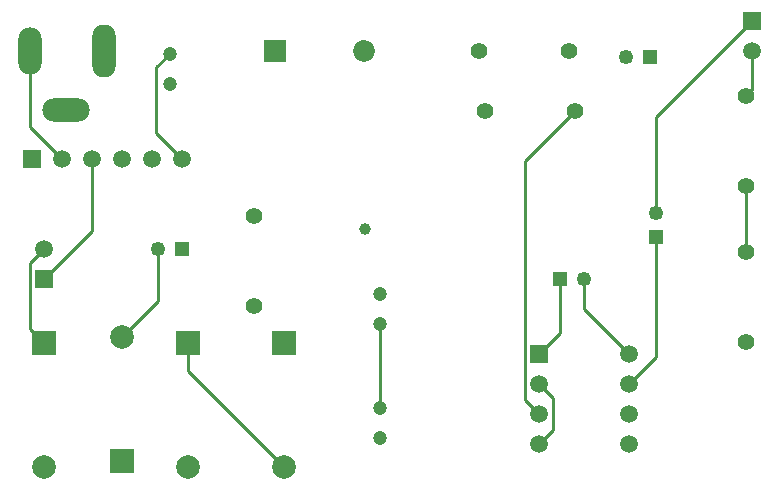
<source format=gtl>
%FSLAX25Y25*%
%MOIN*%
G70*
G01*
G75*
G04 Layer_Physical_Order=1*
G04 Layer_Color=255*
%ADD10C,0.01000*%
%ADD11C,0.05906*%
%ADD12R,0.05906X0.05906*%
%ADD13C,0.05512*%
%ADD14R,0.05906X0.05906*%
%ADD15R,0.07874X0.07874*%
%ADD16C,0.07874*%
%ADD17C,0.04724*%
%ADD18C,0.07284*%
%ADD19R,0.07284X0.07284*%
%ADD20C,0.04921*%
%ADD21R,0.04921X0.04921*%
%ADD22R,0.04921X0.04921*%
%ADD23O,0.07874X0.17716*%
%ADD24O,0.07874X0.15748*%
%ADD25O,0.15748X0.07874*%
%ADD26O,0.05906X0.17716*%
%ADD27O,0.15748X0.05906*%
%ADD28O,0.05906X0.15748*%
%ADD29C,0.03937*%
D10*
X454000Y441000D02*
X456000Y443000D01*
Y456000D01*
X392063Y362063D02*
Y380000D01*
X385000Y355000D02*
X392063Y362063D01*
X399937Y370063D02*
X415000Y355000D01*
X399937Y370063D02*
Y380000D01*
X424000Y354000D02*
Y394063D01*
X415000Y345000D02*
X424000Y354000D01*
Y434000D02*
X456000Y466000D01*
X424000Y401937D02*
Y434000D01*
X257500Y428500D02*
X266000Y420000D01*
X257500Y428500D02*
Y450500D01*
X262000Y455000D01*
X385000Y345000D02*
X389700Y340300D01*
Y329700D02*
Y340300D01*
X385000Y325000D02*
X389700Y329700D01*
X215300Y363291D02*
X220000Y358591D01*
X215300Y363291D02*
Y385300D01*
X220000Y390000D01*
X332000Y337000D02*
Y365000D01*
X258063Y372654D02*
Y390000D01*
X246000Y360591D02*
X258063Y372654D01*
X268000Y349409D02*
Y358591D01*
Y349409D02*
X300000Y317409D01*
X215528Y430472D02*
X226000Y420000D01*
X215528Y430472D02*
Y456000D01*
X236000Y396000D02*
Y420000D01*
X220000Y380000D02*
X236000Y396000D01*
X454000Y389000D02*
Y411000D01*
X380300Y339700D02*
X385000Y335000D01*
X380300Y339700D02*
Y419300D01*
X397000Y436000D01*
D11*
X415000Y325000D02*
D03*
Y335000D02*
D03*
Y345000D02*
D03*
Y355000D02*
D03*
X385000Y325000D02*
D03*
Y335000D02*
D03*
Y345000D02*
D03*
X226000Y420000D02*
D03*
X236000D02*
D03*
X246000D02*
D03*
X256000D02*
D03*
X266000D02*
D03*
X456000Y456000D02*
D03*
X220000Y390000D02*
D03*
D12*
X385000Y355000D02*
D03*
X216000Y420000D02*
D03*
D13*
X290000Y401000D02*
D03*
Y371000D02*
D03*
X397000Y436000D02*
D03*
X367000D02*
D03*
X395000Y456000D02*
D03*
X365000D02*
D03*
X454000Y411000D02*
D03*
Y441000D02*
D03*
Y359000D02*
D03*
Y389000D02*
D03*
D14*
X456000Y466000D02*
D03*
X220000Y380000D02*
D03*
D15*
X268000Y358591D02*
D03*
X300000D02*
D03*
X220000D02*
D03*
X246000Y319409D02*
D03*
D16*
X268000Y317409D02*
D03*
X300000D02*
D03*
X220000D02*
D03*
X246000Y360591D02*
D03*
D17*
X262000Y445000D02*
D03*
Y455000D02*
D03*
X332000Y375000D02*
D03*
Y365000D02*
D03*
Y337000D02*
D03*
Y327000D02*
D03*
D18*
X326764Y456000D02*
D03*
D19*
X297236D02*
D03*
D20*
X258063Y390000D02*
D03*
X424000Y401937D02*
D03*
X399937Y380000D02*
D03*
X414063Y454000D02*
D03*
D21*
X265937Y390000D02*
D03*
X392063Y380000D02*
D03*
X421937Y454000D02*
D03*
D22*
X424000Y394063D02*
D03*
D23*
X239937Y456000D02*
D03*
D24*
X215528D02*
D03*
D25*
X227339Y436315D02*
D03*
D26*
X239937Y456000D02*
D03*
D27*
X227339Y436315D02*
D03*
D28*
X215528Y456000D02*
D03*
D29*
X327000Y396500D02*
D03*
M02*

</source>
